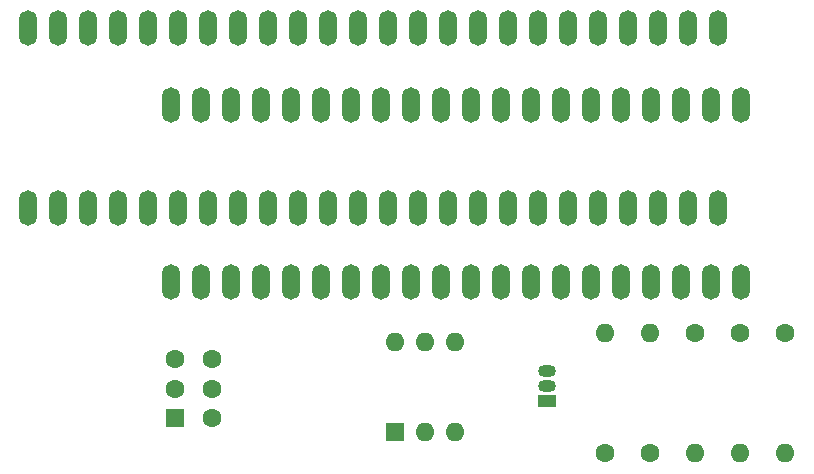
<source format=gbr>
G04 #@! TF.GenerationSoftware,KiCad,Pcbnew,(5.1.4)-1*
G04 #@! TF.CreationDate,2020-10-13T18:20:07+11:00*
G04 #@! TF.ProjectId,27C160_Adapter,32374331-3630-45f4-9164-61707465722e,rev?*
G04 #@! TF.SameCoordinates,Original*
G04 #@! TF.FileFunction,Soldermask,Bot*
G04 #@! TF.FilePolarity,Negative*
%FSLAX46Y46*%
G04 Gerber Fmt 4.6, Leading zero omitted, Abs format (unit mm)*
G04 Created by KiCad (PCBNEW (5.1.4)-1) date 2020-10-13 18:20:07*
%MOMM*%
%LPD*%
G04 APERTURE LIST*
%ADD10O,1.600000X1.600000*%
%ADD11C,1.600000*%
%ADD12R,1.500000X1.050000*%
%ADD13O,1.500000X1.050000*%
%ADD14R,1.600000X1.600000*%
%ADD15O,1.500000X3.000000*%
G04 APERTURE END LIST*
D10*
X174498000Y-124460000D03*
D11*
X174498000Y-114300000D03*
D12*
X161925000Y-120015000D03*
D13*
X161925000Y-117475000D03*
X161925000Y-118745000D03*
D10*
X178308000Y-124460000D03*
D11*
X178308000Y-114300000D03*
D10*
X182118000Y-124460000D03*
D11*
X182118000Y-114300000D03*
D10*
X170688000Y-114300000D03*
D11*
X170688000Y-124460000D03*
D10*
X166878000Y-114300000D03*
D11*
X166878000Y-124460000D03*
D10*
X149098000Y-115062000D03*
X154178000Y-122682000D03*
X151638000Y-115062000D03*
X151638000Y-122682000D03*
X154178000Y-115062000D03*
D14*
X149098000Y-122682000D03*
D11*
X133604000Y-116499000D03*
X133604000Y-118999000D03*
X133604000Y-121499000D03*
X130404000Y-116499000D03*
X130404000Y-118999000D03*
D14*
X130404000Y-121499000D03*
D15*
X130086000Y-109959000D03*
X132626000Y-109959000D03*
X135166000Y-109959000D03*
X137706000Y-109959000D03*
X140246000Y-109959000D03*
X142786000Y-109959000D03*
X145326000Y-109959000D03*
X147866000Y-109959000D03*
X150406000Y-109959000D03*
X152946000Y-109959000D03*
X155486000Y-109959000D03*
X158026000Y-109959000D03*
X160566000Y-109959000D03*
X163106000Y-109959000D03*
X165646000Y-109959000D03*
X168186000Y-109959000D03*
X170726000Y-109959000D03*
X173266000Y-109959000D03*
X175806000Y-109959000D03*
X178346000Y-109959000D03*
X178346000Y-94969000D03*
X175806000Y-94969000D03*
X173266000Y-94969000D03*
X170726000Y-94969000D03*
X168186000Y-94969000D03*
X165646000Y-94969000D03*
X163106000Y-94969000D03*
X160566000Y-94969000D03*
X158026000Y-94969000D03*
X155486000Y-94969000D03*
X152946000Y-94969000D03*
X150406000Y-94969000D03*
X147866000Y-94969000D03*
X145326000Y-94969000D03*
X142786000Y-94969000D03*
X140246000Y-94969000D03*
X137706000Y-94969000D03*
X135166000Y-94969000D03*
X132626000Y-94969000D03*
X130086000Y-94969000D03*
X118021000Y-103733600D03*
X120561000Y-103733600D03*
X123101000Y-103733600D03*
X125641000Y-103733600D03*
X128181000Y-103733600D03*
X130721000Y-103733600D03*
X133261000Y-103733600D03*
X135801000Y-103733600D03*
X138341000Y-103733600D03*
X140881000Y-103733600D03*
X143421000Y-103733600D03*
X145961000Y-103733600D03*
X148501000Y-103733600D03*
X151041000Y-103733600D03*
X153581000Y-103733600D03*
X156121000Y-103733600D03*
X158661000Y-103733600D03*
X161201000Y-103733600D03*
X163741000Y-103733600D03*
X166281000Y-103733600D03*
X168821000Y-103733600D03*
X171361000Y-103733600D03*
X173901000Y-103733600D03*
X176441000Y-103733600D03*
X176441000Y-88493600D03*
X173901000Y-88493600D03*
X171361000Y-88493600D03*
X168821000Y-88493600D03*
X166281000Y-88493600D03*
X163741000Y-88493600D03*
X161201000Y-88493600D03*
X158661000Y-88493600D03*
X156121000Y-88493600D03*
X153581000Y-88493600D03*
X151041000Y-88493600D03*
X148501000Y-88493600D03*
X145961000Y-88493600D03*
X143421000Y-88493600D03*
X140881000Y-88493600D03*
X138341000Y-88493600D03*
X135801000Y-88493600D03*
X133261000Y-88493600D03*
X130721000Y-88493600D03*
X128181000Y-88493600D03*
X125641000Y-88493600D03*
X123101000Y-88493600D03*
X120561000Y-88493600D03*
X118021000Y-88493600D03*
M02*

</source>
